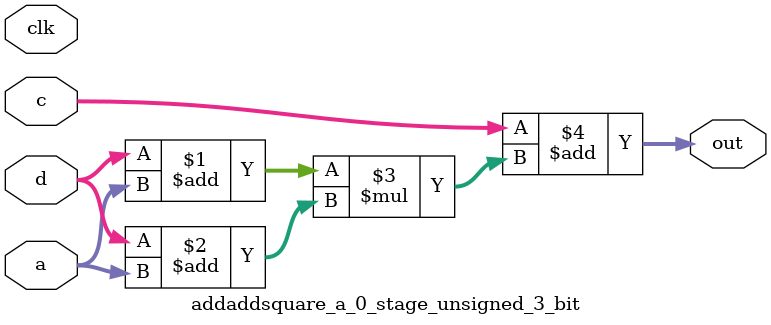
<source format=sv>
(* use_dsp = "yes" *) module addaddsquare_a_0_stage_unsigned_3_bit(
	input  [2:0] a,
	input  [2:0] c,
	input  [2:0] d,
	output [2:0] out,
	input clk);

	assign out = c + ((d + a) * (d + a));
endmodule

</source>
